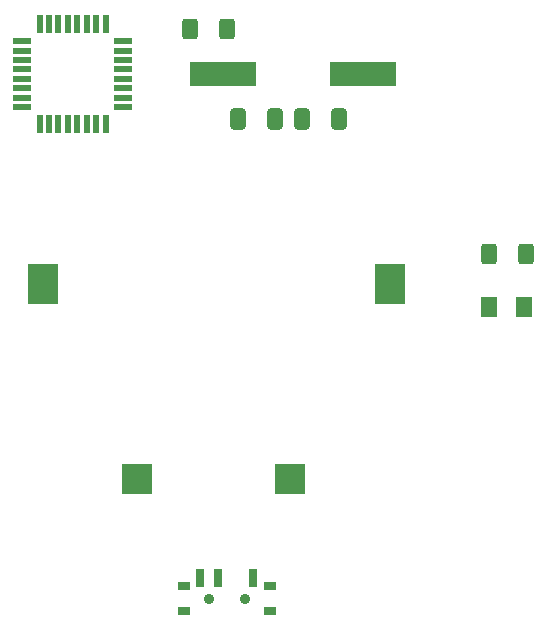
<source format=gbr>
%TF.GenerationSoftware,KiCad,Pcbnew,(6.0.0)*%
%TF.CreationDate,2022-03-26T12:46:50-04:00*%
%TF.ProjectId,old,6f6c642e-6b69-4636-9164-5f7063625858,rev?*%
%TF.SameCoordinates,Original*%
%TF.FileFunction,Soldermask,Bot*%
%TF.FilePolarity,Negative*%
%FSLAX46Y46*%
G04 Gerber Fmt 4.6, Leading zero omitted, Abs format (unit mm)*
G04 Created by KiCad (PCBNEW (6.0.0)) date 2022-03-26 12:46:50*
%MOMM*%
%LPD*%
G01*
G04 APERTURE LIST*
G04 Aperture macros list*
%AMRoundRect*
0 Rectangle with rounded corners*
0 $1 Rounding radius*
0 $2 $3 $4 $5 $6 $7 $8 $9 X,Y pos of 4 corners*
0 Add a 4 corners polygon primitive as box body*
4,1,4,$2,$3,$4,$5,$6,$7,$8,$9,$2,$3,0*
0 Add four circle primitives for the rounded corners*
1,1,$1+$1,$2,$3*
1,1,$1+$1,$4,$5*
1,1,$1+$1,$6,$7*
1,1,$1+$1,$8,$9*
0 Add four rect primitives between the rounded corners*
20,1,$1+$1,$2,$3,$4,$5,0*
20,1,$1+$1,$4,$5,$6,$7,0*
20,1,$1+$1,$6,$7,$8,$9,0*
20,1,$1+$1,$8,$9,$2,$3,0*%
G04 Aperture macros list end*
%ADD10R,5.620000X2.000000*%
%ADD11R,2.500000X2.500000*%
%ADD12C,0.900000*%
%ADD13R,0.700000X1.500000*%
%ADD14R,1.000000X0.800000*%
%ADD15RoundRect,0.250000X0.400000X0.625000X-0.400000X0.625000X-0.400000X-0.625000X0.400000X-0.625000X0*%
%ADD16RoundRect,0.250000X0.412500X0.650000X-0.412500X0.650000X-0.412500X-0.650000X0.412500X-0.650000X0*%
%ADD17RoundRect,0.250001X0.462499X0.624999X-0.462499X0.624999X-0.462499X-0.624999X0.462499X-0.624999X0*%
%ADD18RoundRect,0.250000X-0.412500X-0.650000X0.412500X-0.650000X0.412500X0.650000X-0.412500X0.650000X0*%
%ADD19RoundRect,0.250000X-0.400000X-0.625000X0.400000X-0.625000X0.400000X0.625000X-0.400000X0.625000X0*%
%ADD20R,2.600000X3.500000*%
%ADD21R,1.600000X0.550000*%
%ADD22R,0.550000X1.600000*%
G04 APERTURE END LIST*
D10*
%TO.C,Y1*%
X145697500Y-80010000D03*
X157572500Y-80010000D03*
%TD*%
D11*
%TO.C,LS1*%
X138430000Y-114300000D03*
X151430000Y-114300000D03*
%TD*%
D12*
%TO.C,S1*%
X147550000Y-124430000D03*
X144550000Y-124430000D03*
D13*
X148300000Y-122680000D03*
X145300000Y-122680000D03*
X143800000Y-122680000D03*
D14*
X149700000Y-123380000D03*
X149700000Y-125480000D03*
X142400000Y-125480000D03*
X142400000Y-123380000D03*
%TD*%
D15*
%TO.C,R1*%
X146050000Y-76200000D03*
X142950000Y-76200000D03*
%TD*%
D16*
%TO.C,C2*%
X155525000Y-83820000D03*
X152400000Y-83820000D03*
%TD*%
D17*
%TO.C,D5*%
X171250000Y-99695000D03*
X168275000Y-99695000D03*
%TD*%
D18*
%TO.C,C1*%
X147027500Y-83820000D03*
X150152500Y-83820000D03*
%TD*%
D19*
%TO.C,R6*%
X168275000Y-95250000D03*
X171375000Y-95250000D03*
%TD*%
D20*
%TO.C,BT1*%
X159857500Y-97790000D03*
X130457500Y-97790000D03*
%TD*%
D21*
%TO.C,U1*%
X137247500Y-77210000D03*
X137247500Y-78010000D03*
X137247500Y-78810000D03*
X137247500Y-79610000D03*
X137247500Y-80410000D03*
X137247500Y-81210000D03*
X137247500Y-82010000D03*
X137247500Y-82810000D03*
D22*
X135797500Y-84260000D03*
X134997500Y-84260000D03*
X134197500Y-84260000D03*
X133397500Y-84260000D03*
X132597500Y-84260000D03*
X131797500Y-84260000D03*
X130997500Y-84260000D03*
X130197500Y-84260000D03*
D21*
X128747500Y-82810000D03*
X128747500Y-82010000D03*
X128747500Y-81210000D03*
X128747500Y-80410000D03*
X128747500Y-79610000D03*
X128747500Y-78810000D03*
X128747500Y-78010000D03*
X128747500Y-77210000D03*
D22*
X130197500Y-75760000D03*
X130997500Y-75760000D03*
X131797500Y-75760000D03*
X132597500Y-75760000D03*
X133397500Y-75760000D03*
X134197500Y-75760000D03*
X134997500Y-75760000D03*
X135797500Y-75760000D03*
%TD*%
M02*

</source>
